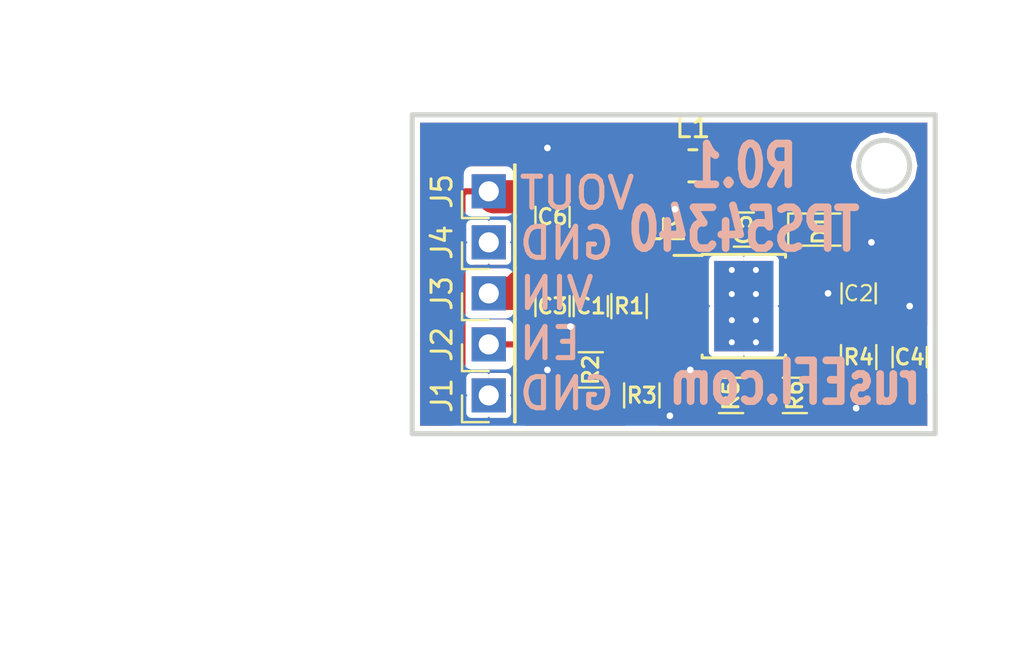
<source format=kicad_pcb>
(kicad_pcb (version 20221018) (generator pcbnew)
  (title_block (title "Buck regulator TPS54340") (date "2019-01-05") (rev "R0.1") (company "rusEFI by DAECU"))
  (layers (0 "F.Cu" signal) (31 "B.Cu" signal) (34 "B.Paste" user) (35 "F.Paste" user) (36 "B.SilkS" user "B.Silkscreen") (37 "F.SilkS" user "F.Silkscreen") (38 "B.Mask" user) (39 "F.Mask" user) (44 "Edge.Cuts" user))
  (net 0 "")
  (net 1 "GND")
  (net 2 "/VIN")
  (net 3 "/COMP")
  (net 4 "Net-(C4-Pad1)")
  (net 5 "/SW")
  (net 6 "/BOOT")
  (net 7 "/VOUT")
  (net 8 "/EN")
  (net 9 "/RT/CLK")
  (net 10 "/FB")
  (footprint "Capacitors_SMD:C_0805" (layer "F.Cu") (at 171.45 121.285 90)
    (fp_text reference "C1" (at 0 0 180) (layer "F.SilkS") (effects (font (size 0.762 0.762))))
    (fp_text value "2.2uF")
    (fp_line (start -0.5 0.85) (end 0.5 0.85) (stroke (width 0.12)) (layer "F.SilkS"))
    (fp_line (start 0.5 -0.85) (end -0.5 -0.85) (stroke (width 0.12)) (layer "F.SilkS"))
    (pad "1" smd rect (at -1 0 90) (size 1 1.25) (layers "F.Cu" "F.Paste" "F.Mask") (net 1 "GND"))
    (pad "2" smd rect (at 1 0 90) (size 1 1.25) (layers "F.Cu" "F.Paste" "F.Mask") (net 2 "/VIN"))
  )
  (footprint "Capacitors_SMD:C_0805" (layer "F.Cu") (at 184.785 120.65 90)
    (fp_text reference "C2" (at 0 0 180) (layer "F.SilkS") (effects (font (size 0.762 0.762) (thickness 0.1016))))
    (fp_text value "47pF")
    (fp_line (start -0.5 0.85) (end 0.5 0.85) (stroke (width 0.12)) (layer "F.SilkS"))
    (fp_line (start 0.5 -0.85) (end -0.5 -0.85) (stroke (width 0.12)) (layer "F.SilkS"))
    (pad "1" smd rect (at -1 0 90) (size 1 1.25) (layers "F.Cu" "F.Paste" "F.Mask") (net 3 "/COMP"))
    (pad "2" smd rect (at 1 0 90) (size 1 1.25) (layers "F.Cu" "F.Paste" "F.Mask") (net 1 "GND"))
  )
  (footprint "Capacitors_SMD:C_0805" (layer "F.Cu") (at 169.545 121.285 90)
    (fp_text reference "C3" (at 0 0 180) (layer "F.SilkS") (effects (font (size 0.762 0.762))))
    (fp_text value "2.2uF")
    (fp_line (start -0.5 0.85) (end 0.5 0.85) (stroke (width 0.12)) (layer "F.SilkS"))
    (fp_line (start 0.5 -0.85) (end -0.5 -0.85) (stroke (width 0.12)) (layer "F.SilkS"))
    (pad "1" smd rect (at -1 0 90) (size 1 1.25) (layers "F.Cu" "F.Paste" "F.Mask") (net 1 "GND"))
    (pad "2" smd rect (at 1 0 90) (size 1 1.25) (layers "F.Cu" "F.Paste" "F.Mask") (net 2 "/VIN"))
  )
  (footprint "Capacitors_SMD:C_0805" (layer "F.Cu") (at 187.325 123.825 90)
    (fp_text reference "C4" (at 0 0 180) (layer "F.SilkS") (effects (font (size 0.762 0.762))))
    (fp_text value "5600pF")
    (fp_line (start -0.5 0.85) (end 0.5 0.85) (stroke (width 0.12)) (layer "F.SilkS"))
    (fp_line (start 0.5 -0.85) (end -0.5 -0.85) (stroke (width 0.12)) (layer "F.SilkS"))
    (pad "1" smd rect (at -1 0 90) (size 1 1.25) (layers "F.Cu" "F.Paste" "F.Mask") (net 4 "Net-(C4-Pad1)"))
    (pad "2" smd rect (at 1 0 90) (size 1 1.25) (layers "F.Cu" "F.Paste" "F.Mask") (net 1 "GND"))
  )
  (footprint "Capacitors_SMD:C_0805" (layer "F.Cu") (at 179.07 117.475 180)
    (fp_text reference "C5" (at 0 0 270) (layer "F.SilkS") (effects (font (size 0.762 0.762))))
    (fp_text value "0.1uF")
    (fp_line (start -0.5 0.85) (end 0.5 0.85) (stroke (width 0.12)) (layer "F.SilkS"))
    (fp_line (start 0.5 -0.85) (end -0.5 -0.85) (stroke (width 0.12)) (layer "F.SilkS"))
    (pad "1" smd rect (at -1 0 180) (size 1 1.25) (layers "F.Cu" "F.Paste" "F.Mask") (net 5 "/SW"))
    (pad "2" smd rect (at 1 0 180) (size 1 1.25) (layers "F.Cu" "F.Paste" "F.Mask") (net 6 "/BOOT"))
  )
  (footprint "Capacitors_SMD:C_0805" (layer "F.Cu") (at 169.545 116.84 -90)
    (fp_text reference "C6" (at 0 0) (layer "F.SilkS") (effects (font (size 0.762 0.762))))
    (fp_text value "100uF")
    (fp_line (start -0.5 0.85) (end 0.5 0.85) (stroke (width 0.12)) (layer "F.SilkS"))
    (fp_line (start 0.5 -0.85) (end -0.5 -0.85) (stroke (width 0.12)) (layer "F.SilkS"))
    (pad "1" smd rect (at -1 0 270) (size 1 1.25) (layers "F.Cu" "F.Paste" "F.Mask") (net 7 "/VOUT"))
    (pad "2" smd rect (at 1 0 270) (size 1 1.25) (layers "F.Cu" "F.Paste" "F.Mask") (net 1 "GND"))
  )
  (footprint "Diodes_SMD:D_0805" (layer "F.Cu") (at 182.88 117.475)
    (fp_text reference "D1" (at 0 0 90) (layer "F.SilkS") (effects (font (size 0.762 0.762))))
    (fp_text value "B560C")
    (fp_line (start -1.6 -0.8) (end -1.6 0.8) (stroke (width 0.12)) (layer "F.SilkS"))
    (fp_line (start -1.6 -0.8) (end 1 -0.8) (stroke (width 0.12)) (layer "F.SilkS"))
    (fp_line (start -1.6 0.8) (end 1 0.8) (stroke (width 0.12)) (layer "F.SilkS"))
    (pad "1" smd rect (at -1.05 0) (size 0.8 0.9) (layers "F.Cu" "F.Paste" "F.Mask") (net 5 "/SW"))
    (pad "2" smd rect (at 1.05 0) (size 0.8 0.9) (layers "F.Cu" "F.Paste" "F.Mask") (net 1 "GND"))
  )
  (footprint "Pin_Headers:Pin_Header_Straight_1x01_Pitch2.54mm" (layer "F.Cu") (at 166.37 125.73 90)
    (fp_text reference "J1" (at 0 -2.33 90) (layer "F.SilkS"))
    (fp_text value "Conn_01x01")
    (fp_line (start -1.33 -1.33) (end 0 -1.33) (stroke (width 0.12)) (layer "F.SilkS"))
    (fp_line (start -1.33 0) (end -1.33 -1.33) (stroke (width 0.12)) (layer "F.SilkS"))
    (fp_line (start -1.33 1.27) (end -1.33 1.33) (stroke (width 0.12)) (layer "F.SilkS"))
    (fp_line (start -1.33 1.27) (end 1.33 1.27) (stroke (width 0.12)) (layer "F.SilkS"))
    (fp_line (start -1.33 1.33) (end 1.33 1.33) (stroke (width 0.12)) (layer "F.SilkS"))
    (fp_line (start 1.33 1.27) (end 1.33 1.33) (stroke (width 0.12)) (layer "F.SilkS"))
    (pad "1" thru_hole rect (at 0 0 90) (size 1.7 1.7) (drill 1) (layers "*.Cu" "*.Mask") (net 1 "GND"))
  )
  (footprint "Pin_Headers:Pin_Header_Straight_1x01_Pitch2.54mm" (layer "F.Cu") (at 166.37 123.19 90)
    (fp_text reference "J2" (at 0 -2.33 90) (layer "F.SilkS"))
    (fp_text value "Conn_01x01")
    (fp_line (start -1.33 -1.33) (end 0 -1.33) (stroke (width 0.12)) (layer "F.SilkS"))
    (fp_line (start -1.33 0) (end -1.33 -1.33) (stroke (width 0.12)) (layer "F.SilkS"))
    (fp_line (start -1.33 1.27) (end -1.33 1.33) (stroke (width 0.12)) (layer "F.SilkS"))
    (fp_line (start -1.33 1.27) (end 1.33 1.27) (stroke (width 0.12)) (layer "F.SilkS"))
    (fp_line (start -1.33 1.33) (end 1.33 1.33) (stroke (width 0.12)) (layer "F.SilkS"))
    (fp_line (start 1.33 1.27) (end 1.33 1.33) (stroke (width 0.12)) (layer "F.SilkS"))
    (pad "1" thru_hole rect (at 0 0 90) (size 1.7 1.7) (drill 1) (layers "*.Cu" "*.Mask") (net 8 "/EN"))
  )
  (footprint "Pin_Headers:Pin_Header_Straight_1x01_Pitch2.54mm" (layer "F.Cu") (at 166.37 120.65 90)
    (fp_text reference "J3" (at 0 -2.33 90) (layer "F.SilkS"))
    (fp_text value "Conn_01x01")
    (fp_line (start -1.33 -1.33) (end 0 -1.33) (stroke (width 0.12)) (layer "F.SilkS"))
    (fp_line (start -1.33 0) (end -1.33 -1.33) (stroke (width 0.12)) (layer "F.SilkS"))
    (fp_line (start -1.33 1.27) (end -1.33 1.33) (stroke (width 0.12)) (layer "F.SilkS"))
    (fp_line (start -1.33 1.27) (end 1.33 1.27) (stroke (width 0.12)) (layer "F.SilkS"))
    (fp_line (start -1.33 1.33) (end 1.33 1.33) (stroke (width 0.12)) (layer "F.SilkS"))
    (fp_line (start 1.33 1.27) (end 1.33 1.33) (stroke (width 0.12)) (layer "F.SilkS"))
    (pad "1" thru_hole rect (at 0 0 90) (size 1.7 1.7) (drill 1) (layers "*.Cu" "*.Mask") (net 2 "/VIN"))
  )
  (footprint "Pin_Headers:Pin_Header_Straight_1x01_Pitch2.54mm" (layer "F.Cu") (at 166.37 118.11 90)
    (fp_text reference "J4" (at 0 -2.33 90) (layer "F.SilkS"))
    (fp_text value "Conn_01x01")
    (fp_line (start -1.33 -1.33) (end 0 -1.33) (stroke (width 0.12)) (layer "F.SilkS"))
    (fp_line (start -1.33 0) (end -1.33 -1.33) (stroke (width 0.12)) (layer "F.SilkS"))
    (fp_line (start -1.33 1.27) (end -1.33 1.33) (stroke (width 0.12)) (layer "F.SilkS"))
    (fp_line (start -1.33 1.27) (end 1.33 1.27) (stroke (width 0.12)) (layer "F.SilkS"))
    (fp_line (start -1.33 1.33) (end 1.33 1.33) (stroke (width 0.12)) (layer "F.SilkS"))
    (fp_line (start 1.33 1.27) (end 1.33 1.33) (stroke (width 0.12)) (layer "F.SilkS"))
    (pad "1" thru_hole rect (at 0 0 90) (size 1.7 1.7) (drill 1) (layers "*.Cu" "*.Mask") (net 1 "GND"))
  )
  (footprint "Pin_Headers:Pin_Header_Straight_1x01_Pitch2.54mm" (layer "F.Cu") (at 166.37 115.57 90)
    (fp_text reference "J5" (at 0 -2.33 90) (layer "F.SilkS"))
    (fp_text value "Conn_01x01")
    (fp_line (start -1.33 -1.33) (end 0 -1.33) (stroke (width 0.12)) (layer "F.SilkS"))
    (fp_line (start -1.33 0) (end -1.33 -1.33) (stroke (width 0.12)) (layer "F.SilkS"))
    (fp_line (start -1.33 1.27) (end -1.33 1.33) (stroke (width 0.12)) (layer "F.SilkS"))
    (fp_line (start -1.33 1.27) (end 1.33 1.27) (stroke (width 0.12)) (layer "F.SilkS"))
    (fp_line (start -1.33 1.33) (end 1.33 1.33) (stroke (width 0.12)) (layer "F.SilkS"))
    (fp_line (start 1.33 1.27) (end 1.33 1.33) (stroke (width 0.12)) (layer "F.SilkS"))
    (pad "1" thru_hole rect (at 0 0 90) (size 1.7 1.7) (drill 1) (layers "*.Cu" "*.Mask") (net 7 "/VOUT"))
  )
  (footprint "Resistors_Universal:Resistor_SMDuniversal_0805to1206_HandSoldering" (layer "F.Cu") (at 176.53 114.3 180)
    (fp_text reference "L1" (at 0 1.905 180) (layer "F.SilkS"))
    (fp_text value "5.6uH")
    (fp_line (start -0.20066 -0.8001) (end 0.20066 -0.8001) (stroke (width 0.15)) (layer "F.SilkS"))
    (fp_line (start -0.09906 -0.8001) (end -0.20066 -0.8001) (stroke (width 0.15)) (layer "F.SilkS"))
    (fp_line (start 0 0.8001) (end -0.20066 0.8001) (stroke (width 0.15)) (layer "F.SilkS"))
    (fp_line (start 0 0.8001) (end 0.20066 0.8001) (stroke (width 0.15)) (layer "F.SilkS"))
    (pad "1" smd trapezoid (at -2.413 0 180) (size 3.50012 1.99898) (rect_delta 0.39878 0) (layers "F.Cu" "F.Paste" "F.Mask") (net 5 "/SW"))
    (pad "2" smd trapezoid (at 2.413 0) (size 3.50012 1.99898) (rect_delta 0.39878 0) (layers "F.Cu" "F.Paste" "F.Mask") (net 7 "/VOUT"))
  )
  (footprint "Resistors_SMD:R_0805" (layer "F.Cu") (at 173.355 121.285 90)
    (fp_text reference "R1" (at 0 0 180) (layer "F.SilkS") (effects (font (size 0.762 0.762))))
    (fp_text value "365k")
    (fp_line (start -0.6 -0.88) (end 0.6 -0.88) (stroke (width 0.12)) (layer "F.SilkS"))
    (fp_line (start 0.6 0.88) (end -0.6 0.88) (stroke (width 0.12)) (layer "F.SilkS"))
    (pad "1" smd rect (at -0.95 0 90) (size 0.7 1.3) (layers "F.Cu" "F.Paste" "F.Mask") (net 8 "/EN"))
    (pad "2" smd rect (at 0.95 0 90) (size 0.7 1.3) (layers "F.Cu" "F.Paste" "F.Mask") (net 2 "/VIN"))
  )
  (footprint "Resistors_SMD:R_0805" (layer "F.Cu") (at 171.45 124.46 180)
    (fp_text reference "R2" (at 0 0 270) (layer "F.SilkS") (effects (font (size 0.762 0.762))))
    (fp_text value "86k6")
    (fp_line (start -0.6 -0.88) (end 0.6 -0.88) (stroke (width 0.12)) (layer "F.SilkS"))
    (fp_line (start 0.6 0.88) (end -0.6 0.88) (stroke (width 0.12)) (layer "F.SilkS"))
    (pad "1" smd rect (at -0.95 0 180) (size 0.7 1.3) (layers "F.Cu" "F.Paste" "F.Mask") (net 8 "/EN"))
    (pad "2" smd rect (at 0.95 0 180) (size 0.7 1.3) (layers "F.Cu" "F.Paste" "F.Mask") (net 1 "GND"))
  )
  (footprint "Resistors_SMD:R_0805" (layer "F.Cu") (at 173.99 125.73 -90)
    (fp_text reference "R3" (at 0 0) (layer "F.SilkS") (effects (font (size 0.762 0.762))))
    (fp_text value "162k")
    (fp_line (start -0.6 -0.88) (end 0.6 -0.88) (stroke (width 0.12)) (layer "F.SilkS"))
    (fp_line (start 0.6 0.88) (end -0.6 0.88) (stroke (width 0.12)) (layer "F.SilkS"))
    (pad "1" smd rect (at -0.95 0 270) (size 0.7 1.3) (layers "F.Cu" "F.Paste" "F.Mask") (net 9 "/RT/CLK"))
    (pad "2" smd rect (at 0.95 0 270) (size 0.7 1.3) (layers "F.Cu" "F.Paste" "F.Mask") (net 1 "GND"))
  )
  (footprint "Resistors_SMD:R_0805" (layer "F.Cu") (at 184.785 123.825 -90)
    (fp_text reference "R4" (at 0 0) (layer "F.SilkS") (effects (font (size 0.762 0.762))))
    (fp_text value "11k5")
    (fp_line (start -0.6 -0.88) (end 0.6 -0.88) (stroke (width 0.12)) (layer "F.SilkS"))
    (fp_line (start 0.6 0.88) (end -0.6 0.88) (stroke (width 0.12)) (layer "F.SilkS"))
    (pad "1" smd rect (at -0.95 0 270) (size 0.7 1.3) (layers "F.Cu" "F.Paste" "F.Mask") (net 3 "/COMP"))
    (pad "2" smd rect (at 0.95 0 270) (size 0.7 1.3) (layers "F.Cu" "F.Paste" "F.Mask") (net 4 "Net-(C4-Pad1)"))
  )
  (footprint "Resistors_SMD:R_0805" (layer "F.Cu") (at 178.435 125.73)
    (fp_text reference "R5" (at 0 0 90) (layer "F.SilkS") (effects (font (size 0.762 0.762))))
    (fp_text value "31.6")
    (fp_line (start -0.6 -0.88) (end 0.6 -0.88) (stroke (width 0.12)) (layer "F.SilkS"))
    (fp_line (start 0.6 0.88) (end -0.6 0.88) (stroke (width 0.12)) (layer "F.SilkS"))
    (pad "1" smd rect (at -0.95 0) (size 0.7 1.3) (layers "F.Cu" "F.Paste" "F.Mask") (net 7 "/VOUT"))
    (pad "2" smd rect (at 0.95 0) (size 0.7 1.3) (layers "F.Cu" "F.Paste" "F.Mask") (net 10 "/FB"))
  )
  (footprint "Resistors_SMD:R_0805" (layer "F.Cu") (at 181.61 125.73)
    (fp_text reference "R6" (at 0 0 90) (layer "F.SilkS") (effects (font (size 0.762 0.762))))
    (fp_text value "10.2")
    (fp_line (start -0.6 -0.88) (end 0.6 -0.88) (stroke (width 0.12)) (layer "F.SilkS"))
    (fp_line (start 0.6 0.88) (end -0.6 0.88) (stroke (width 0.12)) (layer "F.SilkS"))
    (pad "1" smd rect (at -0.95 0) (size 0.7 1.3) (layers "F.Cu" "F.Paste" "F.Mask") (net 10 "/FB"))
    (pad "2" smd rect (at 0.95 0) (size 0.7 1.3) (layers "F.Cu" "F.Paste" "F.Mask") (net 1 "GND"))
  )
  (footprint "Housings_SOIC:TI_SO-PowerPAD-8_ThermalVias" (layer "F.Cu") (at 179.07 121.285)
    (fp_text reference "U1" (at -3.81 -3.81) (layer "F.SilkS"))
    (fp_text value "TPS54340")
    (fp_line (start -2.075 -2.575) (end -2.075 -2.525) (stroke (width 0.15)) (layer "F.SilkS"))
    (fp_line (start -2.075 -2.575) (end 2.075 -2.575) (stroke (width 0.15)) (layer "F.SilkS"))
    (fp_line (start -2.075 -2.525) (end -3.475 -2.525) (stroke (width 0.15)) (layer "F.SilkS"))
    (fp_line (start -2.075 2.575) (end -2.075 2.43) (stroke (width 0.15)) (layer "F.SilkS"))
    (fp_line (start -2.075 2.575) (end 2.075 2.575) (stroke (width 0.15)) (layer "F.SilkS"))
    (fp_line (start 2.075 -2.575) (end 2.075 -2.43) (stroke (width 0.15)) (layer "F.SilkS"))
    (fp_line (start 2.075 2.575) (end 2.075 2.43) (stroke (width 0.15)) (layer "F.SilkS"))
    (pad "1" smd rect (at -2.7 -1.905) (size 1.55 0.6) (layers "F.Cu" "F.Paste" "F.Mask") (net 6 "/BOOT"))
    (pad "2" smd rect (at -2.7 -0.635) (size 1.55 0.6) (layers "F.Cu" "F.Paste" "F.Mask") (net 2 "/VIN"))
    (pad "3" smd rect (at -2.7 0.635) (size 1.55 0.6) (layers "F.Cu" "F.Paste" "F.Mask") (net 8 "/EN"))
    (pad "4" smd rect (at -2.7 1.905) (size 1.55 0.6) (layers "F.Cu" "F.Paste" "F.Mask") (net 9 "/RT/CLK"))
    (pad "5" smd rect (at 2.7 1.905) (size 1.55 0.6) (layers "F.Cu" "F.Paste" "F.Mask") (net 10 "/FB"))
    (pad "6" smd rect (at 2.7 0.635) (size 1.55 0.6) (layers "F.Cu" "F.Paste" "F.Mask") (net 3 "/COMP"))
    (pad "7" smd rect (at 2.7 -0.635) (size 1.55 0.6) (layers "F.Cu" "F.Paste" "F.Mask") (net 1 "GND"))
    (pad "8" smd rect (at 2.7 -1.905) (size 1.55 0.6) (layers "F.Cu" "F.Paste" "F.Mask") (net 5 "/SW"))
    (pad "9" thru_hole circle (at -0.6 -1.8) (size 0.6 0.6) (drill 0.3) (layers "*.Cu") (net 1 "GND"))
    (pad "9" thru_hole circle (at -0.6 -0.6) (size 0.6 0.6) (drill 0.3) (layers "*.Cu") (net 1 "GND"))
    (pad "9" thru_hole circle (at -0.6 0.7) (size 0.6 0.6) (drill 0.3) (layers "*.Cu") (net 1 "GND"))
    (pad "9" thru_hole circle (at -0.6 1.8) (size 0.6 0.6) (drill 0.3) (layers "*.Cu") (net 1 "GND"))
    (pad "9" smd rect (at 0 0) (size 2.6 3.1) (layers "F.Cu" "F.Paste" "F.Mask") (net 1 "GND"))
    (pad "9" smd rect (at 0 0) (size 2.95 4.5) (layers "F.Cu") (net 1 "GND"))
    (pad "9" smd rect (at 0 0) (size 2.95 4.5) (layers "B.Cu") (net 1 "GND"))
    (pad "9" thru_hole circle (at 0.6 -1.8) (size 0.6 0.6) (drill 0.3) (layers "*.Cu") (net 1 "GND"))
    (pad "9" thru_hole circle (at 0.6 -0.6) (size 0.6 0.6) (drill 0.3) (layers "*.Cu") (net 1 "GND"))
    (pad "9" thru_hole circle (at 0.6 0.7) (size 0.6 0.6) (drill 0.3) (layers "*.Cu") (net 1 "GND"))
    (pad "9" thru_hole circle (at 0.6 1.8) (size 0.6 0.6) (drill 0.3) (layers "*.Cu") (net 1 "GND"))
  )
  (gr_circle (center 186.055 114.3) (end 184.785 114.3) (stroke (width 0.254)) (fill none) (layer "Edge.Cuts"))
  (gr_line (start 162.56 127.635) (end 162.56 111.76) (stroke (width 0.254)) (layer "Edge.Cuts"))
  (gr_line (start 162.56 111.76) (end 188.595 111.76) (stroke (width 0.254)) (layer "Edge.Cuts"))
  (gr_line (start 188.595 127.635) (end 162.56 127.635) (stroke (width 0.254)) (layer "Edge.Cuts"))
  (gr_line (start 188.595 111.76) (end 188.595 127.635) (stroke (width 0.254)) (layer "Edge.Cuts"))
  (gr_text "rusEFI.com" (at 181.61 125.095) (layer "B.SilkS") (effects (font (size 2.032 1.524) (thickness 0.381)) (justify mirror)))
  (gr_text "VOUT\nGND\nVIN\nEN\nGND" (at 167.767 120.65) (layer "B.SilkS") (effects (font (size 1.5494 1.524) (thickness 0.254)) (justify right mirror)))
  (gr_text "TPS54340" (at 179.07 117.475) (layer "B.SilkS") (effects (font (size 2.032 1.524) (thickness 0.381)) (justify mirror)))
  (gr_text "R0.1" (at 179.07 114.3) (layer "B.SilkS") (effects (font (size 2.032 1.524) (thickness 0.381)) (justify mirror)))
  (segment (start 184.785 118.745) (end 185.42 118.11) (width 0.3048) (layer "F.Cu") (net 1))
  (segment (start 170.45 122.285) (end 170.434 122.301) (width 0.3048) (layer "F.Cu") (net 1))
  (segment (start 175.321 126.68) (end 175.387 126.746) (width 0.3048) (layer "F.Cu") (net 1))
  (segment (start 171.45 122.285) (end 170.45 122.285) (width 0.3048) (layer "F.Cu") (net 1))
  (segment (start 184.785 119.65) (end 184.785 118.745) (width 0.3048) (layer "F.Cu") (net 1))
  (segment (start 187.325 122.825) (end 187.325 121.285) (width 0.3048) (layer "F.Cu") (net 1))
  (segment (start 181.77 120.65) (end 183.261 120.65) (width 0.3048) (layer "F.Cu") (net 1))
  (segment (start 170.5 124.46) (end 169.291 124.46) (width 0.3048) (layer "F.Cu") (net 1))
  (segment (start 173.99 126.68) (end 175.321 126.68) (width 0.3048) (layer "F.Cu") (net 1))
  (via (at 187.325 121.285) (size 0.6858) (drill 0.3302) (layers "F.Cu" "B.Cu") (net 1))
  (via (at 175.387 126.746) (size 0.6858) (drill 0.3302) (layers "F.Cu" "B.Cu") (net 1))
  (via (at 175.641 116.459) (size 0.6858) (drill 0.3302) (layers "F.Cu" "B.Cu") (net 1))
  (via (at 176.403 124.46) (size 0.6858) (drill 0.3302) (layers "F.Cu" "B.Cu") (net 1))
  (via (at 183.261 120.65) (size 0.6858) (drill 0.3302) (layers "F.Cu" "B.Cu") (net 1))
  (via (at 170.434 122.301) (size 0.6858) (drill 0.3302) (layers "F.Cu" "B.Cu") (net 1))
  (via (at 169.291 124.46) (size 0.6858) (drill 0.3302) (layers "F.Cu" "B.Cu") (net 1))
  (via (at 184.658 126.365) (size 0.6858) (drill 0.3302) (layers "F.Cu" "B.Cu") (net 1))
  (via (at 169.291 113.411) (size 0.6858) (drill 0.3302) (layers "F.Cu" "B.Cu") (net 1))
  (via (at 185.42 118.11) (size 0.6858) (drill 0.3302) (layers "F.Cu" "B.Cu") (net 1))
  (segment (start 170.434 114.554) (end 169.291 113.411) (width 0.3048) (layer "B.Cu") (net 1))
  (segment (start 170.434 121.666) (end 175.641 116.459) (width 0.3048) (layer "B.Cu") (net 1))
  (segment (start 184.277 126.746) (end 184.658 126.365) (width 0.3048) (layer "B.Cu") (net 1))
  (segment (start 178.308 126.365) (end 176.403 124.46) (width 0.3048) (layer "B.Cu") (net 1))
  (segment (start 170.434 122.301) (end 170.434 121.666) (width 0.3048) (layer "B.Cu") (net 1))
  (segment (start 184.658 126.365) (end 178.308 126.365) (width 0.3048) (layer "B.Cu") (net 1))
  (segment (start 175.387 126.746) (end 184.277 126.746) (width 0.3048) (layer "B.Cu") (net 1))
  (segment (start 170.434 122.301) (end 170.434 114.554) (width 0.3048) (layer "B.Cu") (net 1))
  (segment (start 168.005 120.285) (end 167.64 120.65) (width 1.651) (layer "F.Cu") (net 2))
  (segment (start 167.64 120.65) (end 166.37 120.65) (width 1.651) (layer "F.Cu") (net 2))
  (segment (start 173.67 120.65) (end 173.355 120.335) (width 1.27) (layer "F.Cu") (net 2))
  (segment (start 169.545 120.285) (end 171.45 120.285) (width 1.651) (layer "F.Cu") (net 2))
  (segment (start 171.45 120.285) (end 173.305 120.285) (width 1.651) (layer "F.Cu") (net 2))
  (segment (start 169.545 120.285) (end 168.005 120.285) (width 1.651) (layer "F.Cu") (net 2))
  (segment (start 173.305 120.285) (end 173.355 120.335) (width 1.651) (layer "F.Cu") (net 2))
  (segment (start 176.37 120.65) (end 173.67 120.65) (width 1.27) (layer "F.Cu") (net 2))
  (segment (start 184.785 122.875) (end 184.785 121.65) (width 0.3048) (layer "F.Cu") (net 3))
  (segment (start 181.77 121.92) (end 184.515 121.92) (width 0.3048) (layer "F.Cu") (net 3))
  (segment (start 184.515 121.92) (end 184.785 121.65) (width 0.3048) (layer "F.Cu") (net 3))
  (segment (start 184.835 124.825) (end 184.785 124.775) (width 0.3048) (layer "F.Cu") (net 4))
  (segment (start 187.325 124.825) (end 184.835 124.825) (width 0.3048) (layer "F.Cu") (net 4))
  (segment (start 180.07 115.427) (end 178.943 114.3) (width 1.651) (layer "F.Cu") (net 5))
  (segment (start 181.77 117.535) (end 181.83 117.475) (width 1.27) (layer "F.Cu") (net 5))
  (segment (start 181.77 119.38) (end 181.77 117.535) (width 1.27) (layer "F.Cu") (net 5))
  (segment (start 180.07 117.475) (end 180.07 115.427) (width 1.651) (layer "F.Cu") (net 5))
  (segment (start 180.07 117.475) (end 181.83 117.475) (width 1.651) (layer "F.Cu") (net 5))
  (segment (start 176.657 117.475) (end 176.37 117.762) (width 0.3048) (layer "F.Cu") (net 6))
  (segment (start 176.37 117.762) (end 176.37 119.38) (width 0.3048) (layer "F.Cu") (net 6))
  (segment (start 178.07 117.475) (end 176.657 117.475) (width 0.3048) (layer "F.Cu") (net 6))
  (segment (start 166.64 115.84) (end 166.37 115.57) (width 1.651) (layer "F.Cu") (net 7))
  (segment (start 172.577 115.84) (end 174.117 114.3) (width 1.651) (layer "F.Cu") (net 7))
  (segment (start 167.585761 127.037201) (end 165.154239 127.037201) (width 0.3048) (layer "F.Cu") (net 7))
  (segment (start 168.892962 125.73) (end 167.585761 127.037201) (width 0.3048) (layer "F.Cu") (net 7))
  (segment (start 165.062799 115.722401) (end 165.2152 115.57) (width 0.3048) (layer "F.Cu") (net 7))
  (segment (start 177.485 125.73) (end 168.892962 125.73) (width 0.3048) (layer "F.Cu") (net 7))
  (segment (start 165.062799 126.945761) (end 165.062799 115.722401) (width 0.3048) (layer "F.Cu") (net 7))
  (segment (start 169.545 115.84) (end 166.64 115.84) (width 1.651) (layer "F.Cu") (net 7))
  (segment (start 165.2152 115.57) (end 166.37 115.57) (width 0.3048) (layer "F.Cu") (net 7))
  (segment (start 165.154239 127.037201) (end 165.062799 126.945761) (width 0.3048) (layer "F.Cu") (net 7))
  (segment (start 169.545 115.84) (end 172.577 115.84) (width 1.651) (layer "F.Cu") (net 7))
  (segment (start 176.37 121.92) (end 173.67 121.92) (width 0.3048) (layer "F.Cu") (net 8))
  (segment (start 173.67 121.92) (end 173.355 122.235) (width 0.3048) (layer "F.Cu") (net 8))
  (segment (start 173.355 122.8898) (end 173.355 122.235) (width 0.3048) (layer "F.Cu") (net 8))
  (segment (start 168.554239 123.242201) (end 172.662999 123.242201) (width 0.3048) (layer "F.Cu") (net 8))
  (segment (start 172.662999 123.242201) (end 173.002599 123.242201) (width 0.3048) (layer "F.Cu") (net 8))
  (segment (start 168.502038 123.19) (end 168.554239 123.242201) (width 0.3048) (layer "F.Cu") (net 8))
  (segment (start 172.4 123.5052) (end 172.662999 123.242201) (width 0.3048) (layer "F.Cu") (net 8))
  (segment (start 172.4 124.16) (end 172.4 124.46) (width 0.3048) (layer "F.Cu") (net 8))
  (segment (start 166.37 123.19) (end 168.502038 123.19) (width 0.3048) (layer "F.Cu") (net 8))
  (segment (start 173.002599 123.242201) (end 173.355 122.8898) (width 0.3048) (layer "F.Cu") (net 8))
  (segment (start 172.4 124.46) (end 172.4 123.5052) (width 0.3048) (layer "F.Cu") (net 8))
  (segment (start 173.99 124.1252) (end 174.9252 123.19) (width 0.3048) (layer "F.Cu") (net 9))
  (segment (start 174.9252 123.19) (end 175.2902 123.19) (width 0.3048) (layer "F.Cu") (net 9))
  (segment (start 173.99 124.78) (end 173.99 124.1252) (width 0.3048) (layer "F.Cu") (net 9))
  (segment (start 175.2902 123.19) (end 176.37 123.19) (width 0.3048) (layer "F.Cu") (net 9))
  (segment (start 181.77 123.7948) (end 181.1048 124.46) (width 0.3048) (layer "F.Cu") (net 10))
  (segment (start 179.385 125.73) (end 180.66 125.73) (width 0.3048) (layer "F.Cu") (net 10))
  (segment (start 180.66 124.7752) (end 180.66 125.73) (width 0.3048) (layer "F.Cu") (net 10))
  (segment (start 181.77 123.19) (end 181.77 123.7948) (width 0.3048) (layer "F.Cu") (net 10))
  (segment (start 181.1048 124.46) (end 180.9752 124.46) (width 0.3048) (layer "F.Cu") (net 10))
  (segment (start 180.9752 124.46) (end 180.66 124.7752) (width 0.3048) (layer "F.Cu") (net 10))
  (zone (net 1) (net_name "GND") (layer "F.Cu") (connect_pads (clearance 0.1778)) (min_thickness 0.1778) (fill yes (thermal_gap 0.18034) (thermal_bridge_width 0.18034))
    (polygon (pts (xy 190.5 128.905) (xy 160.02 128.905) (xy 160.02 108.585) (xy 190.5 108.585)))
  )
  (zone (net 1) (net_name "GND") (layer "B.Cu") (connect_pads (clearance 0.1778)) (min_thickness 0.1778) (fill yes (thermal_gap 0.18034) (thermal_bridge_width 0.18034))
    (polygon (pts (xy 193.04 131.445) (xy 157.48 131.445) (xy 157.48 106.045) (xy 193.04 106.045)))
  )
)
</source>
